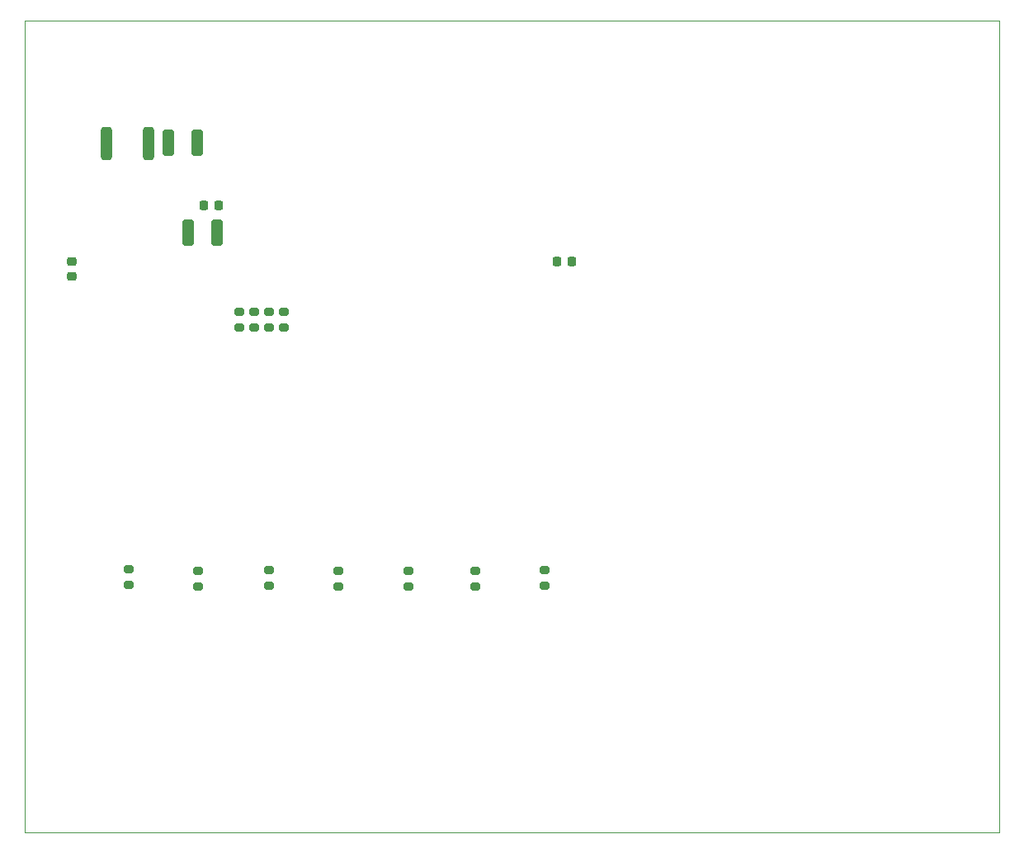
<source format=gbr>
%TF.GenerationSoftware,KiCad,Pcbnew,8.0.0*%
%TF.CreationDate,2024-09-08T09:34:35+02:00*%
%TF.ProjectId,led_stairs_controller,6c65645f-7374-4616-9972-735f636f6e74,V0.4*%
%TF.SameCoordinates,Original*%
%TF.FileFunction,Paste,Bot*%
%TF.FilePolarity,Positive*%
%FSLAX46Y46*%
G04 Gerber Fmt 4.6, Leading zero omitted, Abs format (unit mm)*
G04 Created by KiCad (PCBNEW 8.0.0) date 2024-09-08 09:34:35*
%MOMM*%
%LPD*%
G01*
G04 APERTURE LIST*
G04 Aperture macros list*
%AMRoundRect*
0 Rectangle with rounded corners*
0 $1 Rounding radius*
0 $2 $3 $4 $5 $6 $7 $8 $9 X,Y pos of 4 corners*
0 Add a 4 corners polygon primitive as box body*
4,1,4,$2,$3,$4,$5,$6,$7,$8,$9,$2,$3,0*
0 Add four circle primitives for the rounded corners*
1,1,$1+$1,$2,$3*
1,1,$1+$1,$4,$5*
1,1,$1+$1,$6,$7*
1,1,$1+$1,$8,$9*
0 Add four rect primitives between the rounded corners*
20,1,$1+$1,$2,$3,$4,$5,0*
20,1,$1+$1,$4,$5,$6,$7,0*
20,1,$1+$1,$6,$7,$8,$9,0*
20,1,$1+$1,$8,$9,$2,$3,0*%
G04 Aperture macros list end*
%ADD10RoundRect,0.250000X-0.325000X-1.100000X0.325000X-1.100000X0.325000X1.100000X-0.325000X1.100000X0*%
%ADD11RoundRect,0.225000X-0.250000X0.225000X-0.250000X-0.225000X0.250000X-0.225000X0.250000X0.225000X0*%
%ADD12RoundRect,0.225000X-0.225000X-0.250000X0.225000X-0.250000X0.225000X0.250000X-0.225000X0.250000X0*%
%ADD13RoundRect,0.200000X-0.275000X0.200000X-0.275000X-0.200000X0.275000X-0.200000X0.275000X0.200000X0*%
%ADD14RoundRect,0.250000X-0.312500X-1.450000X0.312500X-1.450000X0.312500X1.450000X-0.312500X1.450000X0*%
%ADD15RoundRect,0.225000X0.225000X0.250000X-0.225000X0.250000X-0.225000X-0.250000X0.225000X-0.250000X0*%
%ADD16RoundRect,0.200000X0.275000X-0.200000X0.275000X0.200000X-0.275000X0.200000X-0.275000X-0.200000X0*%
%TA.AperFunction,Profile*%
%ADD17C,0.120000*%
%TD*%
G04 APERTURE END LIST*
D10*
%TO.C,C7*%
X117925000Y-77450000D03*
X120875000Y-77450000D03*
%TD*%
%TO.C,C6*%
X115875000Y-68200000D03*
X118825000Y-68200000D03*
%TD*%
D11*
%TO.C,C5*%
X106000000Y-80425000D03*
X106000000Y-81975000D03*
%TD*%
D12*
%TO.C,C4*%
X155775000Y-80400000D03*
X157325000Y-80400000D03*
%TD*%
D13*
%TO.C,R26*%
X126200000Y-85575000D03*
X126200000Y-87225000D03*
%TD*%
%TO.C,R27*%
X127700000Y-85575000D03*
X127700000Y-87225000D03*
%TD*%
D14*
%TO.C,F17*%
X109562500Y-68300000D03*
X113837500Y-68300000D03*
%TD*%
D15*
%TO.C,C2*%
X121075000Y-74700000D03*
X119525000Y-74700000D03*
%TD*%
D13*
%TO.C,R23*%
X124700000Y-85575000D03*
X124700000Y-87225000D03*
%TD*%
D16*
%TO.C,R1*%
X111800000Y-113625000D03*
X111800000Y-111975000D03*
%TD*%
D13*
%TO.C,R22*%
X123200000Y-85575000D03*
X123200000Y-87225000D03*
%TD*%
D16*
%TO.C,R7*%
X154500000Y-113725000D03*
X154500000Y-112075000D03*
%TD*%
%TO.C,R3*%
X126200000Y-113725000D03*
X126200000Y-112075000D03*
%TD*%
%TO.C,R4*%
X133300000Y-113825000D03*
X133300000Y-112175000D03*
%TD*%
%TO.C,R5*%
X140500000Y-113825000D03*
X140500000Y-112175000D03*
%TD*%
%TO.C,R6*%
X147400000Y-113825000D03*
X147400000Y-112175000D03*
%TD*%
%TO.C,R2*%
X118900000Y-113825000D03*
X118900000Y-112175000D03*
%TD*%
D17*
%TO.C,MOD1*%
X101175000Y-55745000D02*
X101175000Y-138995000D01*
X101175000Y-138995000D02*
X201175000Y-138995000D01*
X201175000Y-55745000D02*
X101175000Y-55745000D01*
X201175000Y-138995000D02*
X201175000Y-55745000D01*
%TD*%
M02*

</source>
